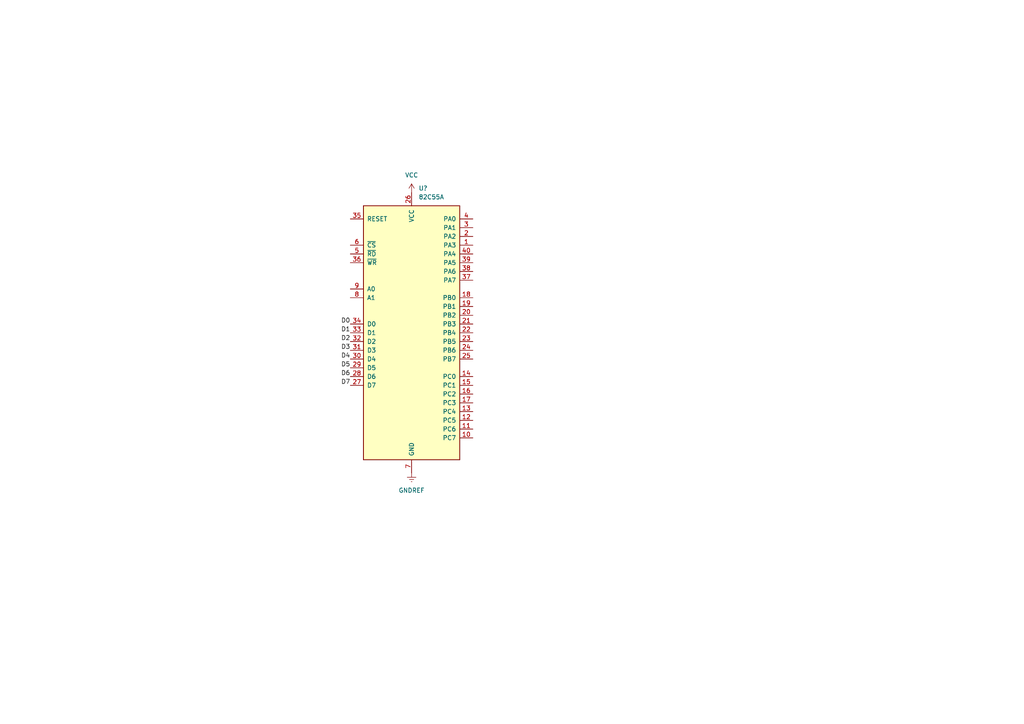
<source format=kicad_sch>
(kicad_sch (version 20211123) (generator eeschema)
  (paper "A4")
  (lib_symbols
    (symbol "Interface:82C55A" (pin_names (offset 1.016))
      (property "Reference" "U" (at -13.97 38.1 0))
      (property "Value" "82C55A" (at 8.89 38.1 0))
      (symbol "82C55A_1_1"
        (rectangle (start -13.97 -36.83) (end 13.97 36.83) (stroke (width 0.254)) (fill (type background)))
        (pin bidirectional line (at 17.78 25.4 180) (length 3.81) (name "PA3") (number "1"))
        (pin bidirectional line (at 17.78 -30.48 180) (length 3.81) (name "PC7") (number "10"))
        (pin bidirectional line (at 17.78 -27.94 180) (length 3.81) (name "PC6") (number "11"))
        (pin bidirectional line (at 17.78 -25.4 180) (length 3.81) (name "PC5") (number "12"))
        (pin bidirectional line (at 17.78 -22.86 180) (length 3.81) (name "PC4") (number "13"))
        (pin bidirectional line (at 17.78 -12.7 180) (length 3.81) (name "PC0") (number "14"))
        (pin bidirectional line (at 17.78 -15.24 180) (length 3.81) (name "PC1") (number "15"))
        (pin bidirectional line (at 17.78 -17.78 180) (length 3.81) (name "PC2") (number "16"))
        (pin bidirectional line (at 17.78 -20.32 180) (length 3.81) (name "PC3") (number "17"))
        (pin bidirectional line (at 17.78 10.16 180) (length 3.81) (name "PB0") (number "18"))
        (pin bidirectional line (at 17.78 7.62 180) (length 3.81) (name "PB1") (number "19"))
        (pin bidirectional line (at 17.78 27.94 180) (length 3.81) (name "PA2") (number "2"))
        (pin bidirectional line (at 17.78 5.08 180) (length 3.81) (name "PB2") (number "20"))
        (pin bidirectional line (at 17.78 2.54 180) (length 3.81) (name "PB3") (number "21"))
        (pin bidirectional line (at 17.78 0 180) (length 3.81) (name "PB4") (number "22"))
        (pin bidirectional line (at 17.78 -2.54 180) (length 3.81) (name "PB5") (number "23"))
        (pin bidirectional line (at 17.78 -5.08 180) (length 3.81) (name "PB6") (number "24"))
        (pin bidirectional line (at 17.78 -7.62 180) (length 3.81) (name "PB7") (number "25"))
        (pin power_in line (at 0 40.64 270) (length 3.81) (name "VCC") (number "26"))
        (pin bidirectional line (at -17.78 -15.24 0) (length 3.81) (name "D7") (number "27"))
        (pin bidirectional line (at -17.78 -12.7 0) (length 3.81) (name "D6") (number "28"))
        (pin bidirectional line (at -17.78 -10.16 0) (length 3.81) (name "D5") (number "29"))
        (pin bidirectional line (at 17.78 30.48 180) (length 3.81) (name "PA1") (number "3"))
        (pin bidirectional line (at -17.78 -7.62 0) (length 3.81) (name "D4") (number "30"))
        (pin bidirectional line (at -17.78 -5.08 0) (length 3.81) (name "D3") (number "31"))
        (pin bidirectional line (at -17.78 -2.54 0) (length 3.81) (name "D2") (number "32"))
        (pin bidirectional line (at -17.78 0 0) (length 3.81) (name "D1") (number "33"))
        (pin bidirectional line (at -17.78 2.54 0) (length 3.81) (name "D0") (number "34"))
        (pin input line (at -17.78 33.02 0) (length 3.81) (name "RESET") (number "35"))
        (pin input line (at -17.78 20.32 0) (length 3.81) (name "~{WR}") (number "36"))
        (pin bidirectional line (at 17.78 15.24 180) (length 3.81) (name "PA7") (number "37"))
        (pin bidirectional line (at 17.78 17.78 180) (length 3.81) (name "PA6") (number "38"))
        (pin bidirectional line (at 17.78 20.32 180) (length 3.81) (name "PA5") (number "39"))
        (pin bidirectional line (at 17.78 33.02 180) (length 3.81) (name "PA0") (number "4"))
        (pin bidirectional line (at 17.78 22.86 180) (length 3.81) (name "PA4") (number "40"))
        (pin input line (at -17.78 22.86 0) (length 3.81) (name "~{RD}") (number "5"))
        (pin input line (at -17.78 25.4 0) (length 3.81) (name "~{CS}") (number "6"))
        (pin power_in line (at 0 -40.64 90) (length 3.81) (name "GND") (number "7"))
        (pin input line (at -17.78 10.16 0) (length 3.81) (name "A1") (number "8"))
        (pin input line (at -17.78 12.7 0) (length 3.81) (name "A0") (number "9"))
      )
    )
    (symbol "power:GNDREF" (power) (pin_names (offset 0))
      (property "Value" "GNDREF" (at 0 -3.81 0))
      (symbol "GNDREF_0_1"
        (polyline (pts (xy -0.635 -1.905) (xy 0.635 -1.905)))
        (polyline (pts (xy -0.127 -2.54) (xy 0.127 -2.54)))
        (polyline (pts (xy 0 -1.27) (xy 0 0)))
        (polyline (pts (xy 1.27 -1.27) (xy -1.27 -1.27)))
      )
      (symbol "GNDREF_1_1"
        (pin power_in line (at 0 0 270) (length 0) hide (name "GNDREF") (number "1"))
      )
    )
    (symbol "power:VCC" (power) (pin_names (offset 0))
      (property "Value" "VCC" (at 0 3.81 0))
      (symbol "VCC_0_1"
        (polyline (pts (xy -0.762 1.27) (xy 0 2.54)))
        (polyline (pts (xy 0 0) (xy 0 2.54)))
        (polyline (pts (xy 0 2.54) (xy 0.762 1.27)))
      )
      (symbol "VCC_1_1"
        (pin power_in line (at 0 0 90) (length 0) hide (name "VCC") (number "1"))
      )
    )
  )
  (label "D5" (at 101.6 106.68 180))
  (label "D2" (at 101.6 99.06 180))
  (label "D7" (at 101.6 111.76 180))
  (label "D1" (at 101.6 96.52 180))
  (label "D3" (at 101.6 101.6 180))
  (label "D0" (at 101.6 93.98 180))
  (label "D4" (at 101.6 104.14 180))
  (label "D6" (at 101.6 109.22 180))
  (symbol (lib_id "power:GNDREF") (at 119.38 137.16 0) (unit 1)
    (property "Reference" "#PWR?" (effects hide))
    (property "Value" "GNDREF" (at 119.38 142.24 0))
  )
  (symbol (lib_id "power:VCC") (at 119.38 55.88 0) (unit 1)
    (property "Reference" "#PWR?" (effects hide))
    (property "Value" "VCC" (at 119.38 50.8 0))
  )
  (symbol (lib_id "Interface:82C55A") (at 119.38 96.52 0) (unit 1)
    (property "Reference" "U?" (at 121.3994 54.61 0) (effects (justify left)))
    (property "Value" "82C55A" (at 121.3994 57.15 0) (effects (justify left)))
    (property "Footprint" "Package_DIP:DIP-40_W15.24mm" (effects hide))
    (property "Datasheet" "http://jap.hu/electronic/8255.pdf" (effects hide))
  )
)
</source>
